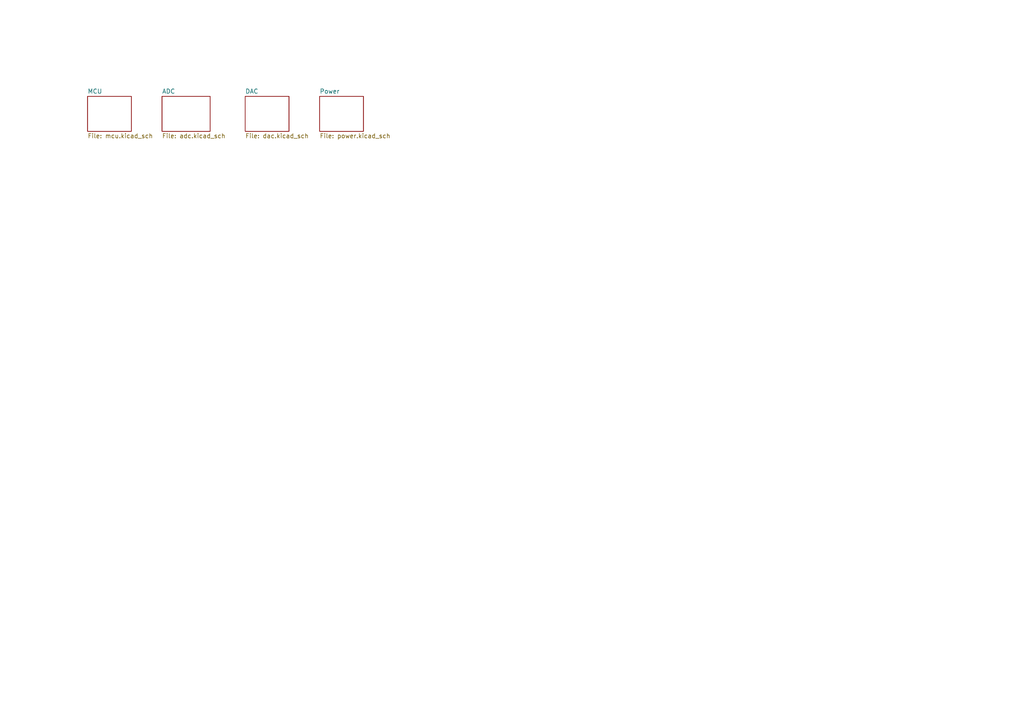
<source format=kicad_sch>
(kicad_sch (version 20230121) (generator eeschema)
  (paper "A4")
  (title_block (title "STM32 Analog Breakout") (date "2024-01-17") (rev "A"))
  (lib_symbols)
  (sheet (at 92.71 27.94) (size 12.7 10.16) (stroke (width 0.1524))
    (property "Sheetname" "Power" (at 92.71 27.2284 0) (effects (justify left bottom)))
    (property "Sheetfile" "power.kicad_sch" (at 92.71 38.6846 0) (effects (justify left top)))
  )
  (sheet (at 71.12 27.94) (size 12.7 10.16) (stroke (width 0.1524))
    (property "Sheetname" "DAC" (at 71.12 27.2284 0) (effects (justify left bottom)))
    (property "Sheetfile" "dac.kicad_sch" (at 71.12 38.6846 0) (effects (justify left top)))
  )
  (sheet (at 25.4 27.94) (size 12.7 10.16) (stroke (width 0.1524))
    (property "Sheetname" "MCU" (at 25.4 27.2284 0) (effects (justify left bottom)))
    (property "Sheetfile" "mcu.kicad_sch" (at 25.4 38.6846 0) (effects (justify left top)))
  )
  (sheet (at 46.99 27.94) (size 13.97 10.16) (stroke (width 0.1524))
    (property "Sheetname" "ADC" (at 46.99 27.2284 0) (effects (justify left bottom)))
    (property "Sheetfile" "adc.kicad_sch" (at 46.99 38.6846 0) (effects (justify left top)))
  )
)
</source>
